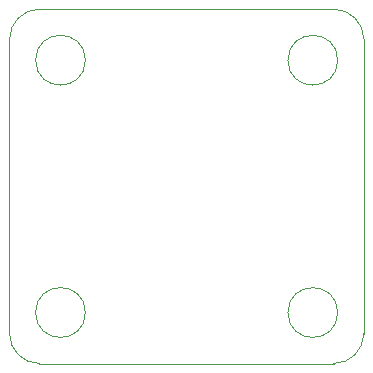
<source format=gbr>
G04 #@! TF.FileFunction,Profile,NP*
%FSLAX46Y46*%
G04 Gerber Fmt 4.6, Leading zero omitted, Abs format (unit mm)*
G04 Created by KiCad (PCBNEW 4.0.7-e2-6376~58~ubuntu16.04.1) date Thu Feb 15 21:41:34 2018*
%MOMM*%
%LPD*%
G01*
G04 APERTURE LIST*
%ADD10C,0.100000*%
G04 APERTURE END LIST*
D10*
X108712000Y-68548434D02*
G75*
G02X111252000Y-66008434I2540000J0D01*
G01*
X115138200Y-91690434D02*
G75*
G03X115138200Y-91690434I-2108200J0D01*
G01*
X136172000Y-66008434D02*
G75*
G02X138712000Y-68548434I0J-2540000D01*
G01*
X136172000Y-66008434D02*
X111252000Y-66008434D01*
X115138200Y-70326434D02*
G75*
G03X115138200Y-70326434I-2108200J0D01*
G01*
X136502200Y-91690434D02*
G75*
G03X136502200Y-91690434I-2108200J0D01*
G01*
X108712000Y-68548434D02*
X108712000Y-93468434D01*
X138712000Y-93468434D02*
G75*
G02X136172000Y-96008434I-2540000J0D01*
G01*
X136502200Y-70326434D02*
G75*
G03X136502200Y-70326434I-2108200J0D01*
G01*
X111252000Y-96008434D02*
G75*
G02X108712000Y-93468434I0J2540000D01*
G01*
X138712000Y-93468434D02*
X138712000Y-68548434D01*
X111252000Y-96008434D02*
X136172000Y-96008434D01*
M02*

</source>
